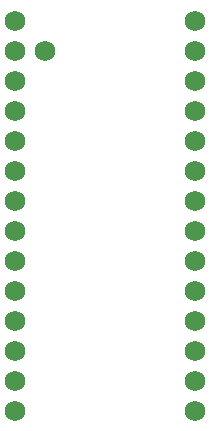
<source format=gts>
%FSLAX23Y23*%
%MOIN*%
G70*
G01*
G75*
G04 Layer_Color=8388736*
%ADD10C,0.006*%
%ADD11C,0.060*%
%ADD12C,0.020*%
%ADD13C,0.024*%
%ADD14R,0.047X0.012*%
%ADD15C,0.039*%
%ADD16R,0.039X0.022*%
%ADD17R,0.030X0.035*%
%ADD18R,0.035X0.024*%
%ADD19R,0.035X0.031*%
%ADD20C,0.020*%
%ADD21R,0.047X0.051*%
%ADD22C,0.068*%
D22*
X1053Y2915D02*
D03*
Y2815D02*
D03*
Y2715D02*
D03*
Y2615D02*
D03*
Y2515D02*
D03*
Y2415D02*
D03*
Y2315D02*
D03*
Y2215D02*
D03*
Y2115D02*
D03*
Y2015D02*
D03*
Y1915D02*
D03*
Y1815D02*
D03*
Y1715D02*
D03*
Y1615D02*
D03*
X1653Y2915D02*
D03*
Y1615D02*
D03*
Y1715D02*
D03*
Y1815D02*
D03*
Y1915D02*
D03*
Y2015D02*
D03*
Y2115D02*
D03*
Y2215D02*
D03*
Y2315D02*
D03*
Y2415D02*
D03*
Y2515D02*
D03*
Y2615D02*
D03*
Y2715D02*
D03*
Y2815D02*
D03*
X1153D02*
D03*
M02*

</source>
